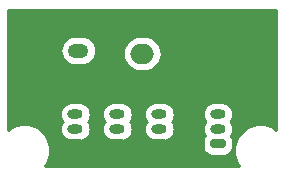
<source format=gbr>
%TF.GenerationSoftware,KiCad,Pcbnew,(5.1.9)-1*%
%TF.CreationDate,2021-08-12T17:05:41+01:00*%
%TF.ProjectId,heli-servo-board,68656c69-2d73-4657-9276-6f2d626f6172,rev?*%
%TF.SameCoordinates,Original*%
%TF.FileFunction,Copper,L2,Bot*%
%TF.FilePolarity,Positive*%
%FSLAX46Y46*%
G04 Gerber Fmt 4.6, Leading zero omitted, Abs format (unit mm)*
G04 Created by KiCad (PCBNEW (5.1.9)-1) date 2021-08-12 17:05:41*
%MOMM*%
%LPD*%
G01*
G04 APERTURE LIST*
%TA.AperFunction,ComponentPad*%
%ADD10O,1.750000X1.200000*%
%TD*%
%TA.AperFunction,ComponentPad*%
%ADD11O,1.300000X0.800000*%
%TD*%
%TA.AperFunction,ComponentPad*%
%ADD12O,2.000000X1.700000*%
%TD*%
%TA.AperFunction,Conductor*%
%ADD13C,0.254000*%
%TD*%
%TA.AperFunction,Conductor*%
%ADD14C,0.100000*%
%TD*%
G04 APERTURE END LIST*
D10*
%TO.P,REF\u002A\u002A,2*%
%TO.N,+BATT*%
X164592000Y-153536400D03*
%TO.P,REF\u002A\u002A,1*%
%TO.N,GND*%
%TA.AperFunction,ComponentPad*%
G36*
G01*
X163966600Y-150936400D02*
X165217400Y-150936400D01*
G75*
G02*
X165467000Y-151186000I0J-249600D01*
G01*
X165467000Y-151886800D01*
G75*
G02*
X165217400Y-152136400I-249600J0D01*
G01*
X163966600Y-152136400D01*
G75*
G02*
X163717000Y-151886800I0J249600D01*
G01*
X163717000Y-151186000D01*
G75*
G02*
X163966600Y-150936400I249600J0D01*
G01*
G37*
%TD.AperFunction*%
%TD*%
D11*
%TO.P,J1,3*%
%TO.N,Net-(J1-Pad3)*%
X176403000Y-158917000D03*
%TO.P,J1,2*%
%TO.N,Net-(J1-Pad2)*%
X176403000Y-160167000D03*
%TO.P,J1,1*%
%TO.N,Net-(J1-Pad1)*%
%TA.AperFunction,ComponentPad*%
G36*
G01*
X176853000Y-161817000D02*
X175953000Y-161817000D01*
G75*
G02*
X175753000Y-161617000I0J200000D01*
G01*
X175753000Y-161217000D01*
G75*
G02*
X175953000Y-161017000I200000J0D01*
G01*
X176853000Y-161017000D01*
G75*
G02*
X177053000Y-161217000I0J-200000D01*
G01*
X177053000Y-161617000D01*
G75*
G02*
X176853000Y-161817000I-200000J0D01*
G01*
G37*
%TD.AperFunction*%
%TD*%
%TO.P,J4,3*%
%TO.N,Net-(J1-Pad1)*%
X171450000Y-158917000D03*
%TO.P,J4,2*%
%TO.N,+BATT*%
X171450000Y-160167000D03*
%TO.P,J4,1*%
%TO.N,GND*%
%TA.AperFunction,ComponentPad*%
G36*
G01*
X171900000Y-161817000D02*
X171000000Y-161817000D01*
G75*
G02*
X170800000Y-161617000I0J200000D01*
G01*
X170800000Y-161217000D01*
G75*
G02*
X171000000Y-161017000I200000J0D01*
G01*
X171900000Y-161017000D01*
G75*
G02*
X172100000Y-161217000I0J-200000D01*
G01*
X172100000Y-161617000D01*
G75*
G02*
X171900000Y-161817000I-200000J0D01*
G01*
G37*
%TD.AperFunction*%
%TD*%
%TO.P,J3,3*%
%TO.N,Net-(J1-Pad2)*%
X167894000Y-158917000D03*
%TO.P,J3,2*%
%TO.N,+BATT*%
X167894000Y-160167000D03*
%TO.P,J3,1*%
%TO.N,GND*%
%TA.AperFunction,ComponentPad*%
G36*
G01*
X168344000Y-161817000D02*
X167444000Y-161817000D01*
G75*
G02*
X167244000Y-161617000I0J200000D01*
G01*
X167244000Y-161217000D01*
G75*
G02*
X167444000Y-161017000I200000J0D01*
G01*
X168344000Y-161017000D01*
G75*
G02*
X168544000Y-161217000I0J-200000D01*
G01*
X168544000Y-161617000D01*
G75*
G02*
X168344000Y-161817000I-200000J0D01*
G01*
G37*
%TD.AperFunction*%
%TD*%
%TO.P,J2,3*%
%TO.N,Net-(J1-Pad3)*%
X164338000Y-158917000D03*
%TO.P,J2,2*%
%TO.N,+BATT*%
X164338000Y-160167000D03*
%TO.P,J2,1*%
%TO.N,GND*%
%TA.AperFunction,ComponentPad*%
G36*
G01*
X164788000Y-161817000D02*
X163888000Y-161817000D01*
G75*
G02*
X163688000Y-161617000I0J200000D01*
G01*
X163688000Y-161217000D01*
G75*
G02*
X163888000Y-161017000I200000J0D01*
G01*
X164788000Y-161017000D01*
G75*
G02*
X164988000Y-161217000I0J-200000D01*
G01*
X164988000Y-161617000D01*
G75*
G02*
X164788000Y-161817000I-200000J0D01*
G01*
G37*
%TD.AperFunction*%
%TD*%
D12*
%TO.P,J6,2*%
%TO.N,+BATT*%
X170000000Y-153797000D03*
%TO.P,J6,1*%
%TO.N,GND*%
%TA.AperFunction,ComponentPad*%
G36*
G01*
X169250000Y-150447000D02*
X170750000Y-150447000D01*
G75*
G02*
X171000000Y-150697000I0J-250000D01*
G01*
X171000000Y-151897000D01*
G75*
G02*
X170750000Y-152147000I-250000J0D01*
G01*
X169250000Y-152147000D01*
G75*
G02*
X169000000Y-151897000I0J250000D01*
G01*
X169000000Y-150697000D01*
G75*
G02*
X169250000Y-150447000I250000J0D01*
G01*
G37*
%TD.AperFunction*%
%TD*%
D13*
%TO.N,GND*%
X181340001Y-160216970D02*
X181054880Y-160026458D01*
X180649592Y-159858582D01*
X180219340Y-159773000D01*
X179780660Y-159773000D01*
X179350408Y-159858582D01*
X178945120Y-160026458D01*
X178580370Y-160270176D01*
X178270176Y-160580370D01*
X178026458Y-160945120D01*
X177858582Y-161350408D01*
X177773000Y-161780660D01*
X177773000Y-162219340D01*
X177858582Y-162649592D01*
X178026458Y-163054880D01*
X178216969Y-163340000D01*
X161783031Y-163340000D01*
X161973542Y-163054880D01*
X162141418Y-162649592D01*
X162227000Y-162219340D01*
X162227000Y-161780660D01*
X162141418Y-161350408D01*
X161973542Y-160945120D01*
X161729824Y-160580370D01*
X161419630Y-160270176D01*
X161054880Y-160026458D01*
X160649592Y-159858582D01*
X160219340Y-159773000D01*
X159780660Y-159773000D01*
X159350408Y-159858582D01*
X158945120Y-160026458D01*
X158660000Y-160216969D01*
X158660000Y-158917000D01*
X163047993Y-158917000D01*
X163067976Y-159119895D01*
X163127159Y-159314993D01*
X163223266Y-159494797D01*
X163262004Y-159542000D01*
X163223266Y-159589203D01*
X163127159Y-159769007D01*
X163067976Y-159964105D01*
X163047993Y-160167000D01*
X163067976Y-160369895D01*
X163127159Y-160564993D01*
X163223266Y-160744797D01*
X163352604Y-160902396D01*
X163510203Y-161031734D01*
X163690007Y-161127841D01*
X163885105Y-161187024D01*
X164037162Y-161202000D01*
X164638838Y-161202000D01*
X164790895Y-161187024D01*
X164985993Y-161127841D01*
X165165797Y-161031734D01*
X165323396Y-160902396D01*
X165452734Y-160744797D01*
X165548841Y-160564993D01*
X165608024Y-160369895D01*
X165628007Y-160167000D01*
X165608024Y-159964105D01*
X165548841Y-159769007D01*
X165452734Y-159589203D01*
X165413996Y-159542000D01*
X165452734Y-159494797D01*
X165548841Y-159314993D01*
X165608024Y-159119895D01*
X165628007Y-158917000D01*
X166603993Y-158917000D01*
X166623976Y-159119895D01*
X166683159Y-159314993D01*
X166779266Y-159494797D01*
X166818004Y-159542000D01*
X166779266Y-159589203D01*
X166683159Y-159769007D01*
X166623976Y-159964105D01*
X166603993Y-160167000D01*
X166623976Y-160369895D01*
X166683159Y-160564993D01*
X166779266Y-160744797D01*
X166908604Y-160902396D01*
X167066203Y-161031734D01*
X167246007Y-161127841D01*
X167441105Y-161187024D01*
X167593162Y-161202000D01*
X168194838Y-161202000D01*
X168346895Y-161187024D01*
X168541993Y-161127841D01*
X168721797Y-161031734D01*
X168879396Y-160902396D01*
X169008734Y-160744797D01*
X169104841Y-160564993D01*
X169164024Y-160369895D01*
X169184007Y-160167000D01*
X169164024Y-159964105D01*
X169104841Y-159769007D01*
X169008734Y-159589203D01*
X168969996Y-159542000D01*
X169008734Y-159494797D01*
X169104841Y-159314993D01*
X169164024Y-159119895D01*
X169184007Y-158917000D01*
X170159993Y-158917000D01*
X170179976Y-159119895D01*
X170239159Y-159314993D01*
X170335266Y-159494797D01*
X170374004Y-159542000D01*
X170335266Y-159589203D01*
X170239159Y-159769007D01*
X170179976Y-159964105D01*
X170159993Y-160167000D01*
X170179976Y-160369895D01*
X170239159Y-160564993D01*
X170335266Y-160744797D01*
X170464604Y-160902396D01*
X170622203Y-161031734D01*
X170802007Y-161127841D01*
X170997105Y-161187024D01*
X171149162Y-161202000D01*
X171750838Y-161202000D01*
X171902895Y-161187024D01*
X172097993Y-161127841D01*
X172277797Y-161031734D01*
X172435396Y-160902396D01*
X172564734Y-160744797D01*
X172660841Y-160564993D01*
X172720024Y-160369895D01*
X172740007Y-160167000D01*
X172720024Y-159964105D01*
X172660841Y-159769007D01*
X172564734Y-159589203D01*
X172525996Y-159542000D01*
X172564734Y-159494797D01*
X172660841Y-159314993D01*
X172720024Y-159119895D01*
X172740007Y-158917000D01*
X175112993Y-158917000D01*
X175132976Y-159119895D01*
X175192159Y-159314993D01*
X175288266Y-159494797D01*
X175327004Y-159542000D01*
X175288266Y-159589203D01*
X175192159Y-159769007D01*
X175132976Y-159964105D01*
X175112993Y-160167000D01*
X175132976Y-160369895D01*
X175192159Y-160564993D01*
X175277741Y-160725106D01*
X175256169Y-160751392D01*
X175178722Y-160896284D01*
X175131031Y-161053500D01*
X175114928Y-161217000D01*
X175114928Y-161617000D01*
X175131031Y-161780500D01*
X175178722Y-161937716D01*
X175256169Y-162082608D01*
X175360394Y-162209606D01*
X175487392Y-162313831D01*
X175632284Y-162391278D01*
X175789500Y-162438969D01*
X175953000Y-162455072D01*
X176853000Y-162455072D01*
X177016500Y-162438969D01*
X177173716Y-162391278D01*
X177318608Y-162313831D01*
X177445606Y-162209606D01*
X177549831Y-162082608D01*
X177627278Y-161937716D01*
X177674969Y-161780500D01*
X177691072Y-161617000D01*
X177691072Y-161217000D01*
X177674969Y-161053500D01*
X177627278Y-160896284D01*
X177549831Y-160751392D01*
X177528259Y-160725106D01*
X177613841Y-160564993D01*
X177673024Y-160369895D01*
X177693007Y-160167000D01*
X177673024Y-159964105D01*
X177613841Y-159769007D01*
X177517734Y-159589203D01*
X177478996Y-159542000D01*
X177517734Y-159494797D01*
X177613841Y-159314993D01*
X177673024Y-159119895D01*
X177693007Y-158917000D01*
X177673024Y-158714105D01*
X177613841Y-158519007D01*
X177517734Y-158339203D01*
X177388396Y-158181604D01*
X177230797Y-158052266D01*
X177050993Y-157956159D01*
X176855895Y-157896976D01*
X176703838Y-157882000D01*
X176102162Y-157882000D01*
X175950105Y-157896976D01*
X175755007Y-157956159D01*
X175575203Y-158052266D01*
X175417604Y-158181604D01*
X175288266Y-158339203D01*
X175192159Y-158519007D01*
X175132976Y-158714105D01*
X175112993Y-158917000D01*
X172740007Y-158917000D01*
X172720024Y-158714105D01*
X172660841Y-158519007D01*
X172564734Y-158339203D01*
X172435396Y-158181604D01*
X172277797Y-158052266D01*
X172097993Y-157956159D01*
X171902895Y-157896976D01*
X171750838Y-157882000D01*
X171149162Y-157882000D01*
X170997105Y-157896976D01*
X170802007Y-157956159D01*
X170622203Y-158052266D01*
X170464604Y-158181604D01*
X170335266Y-158339203D01*
X170239159Y-158519007D01*
X170179976Y-158714105D01*
X170159993Y-158917000D01*
X169184007Y-158917000D01*
X169164024Y-158714105D01*
X169104841Y-158519007D01*
X169008734Y-158339203D01*
X168879396Y-158181604D01*
X168721797Y-158052266D01*
X168541993Y-157956159D01*
X168346895Y-157896976D01*
X168194838Y-157882000D01*
X167593162Y-157882000D01*
X167441105Y-157896976D01*
X167246007Y-157956159D01*
X167066203Y-158052266D01*
X166908604Y-158181604D01*
X166779266Y-158339203D01*
X166683159Y-158519007D01*
X166623976Y-158714105D01*
X166603993Y-158917000D01*
X165628007Y-158917000D01*
X165608024Y-158714105D01*
X165548841Y-158519007D01*
X165452734Y-158339203D01*
X165323396Y-158181604D01*
X165165797Y-158052266D01*
X164985993Y-157956159D01*
X164790895Y-157896976D01*
X164638838Y-157882000D01*
X164037162Y-157882000D01*
X163885105Y-157896976D01*
X163690007Y-157956159D01*
X163510203Y-158052266D01*
X163352604Y-158181604D01*
X163223266Y-158339203D01*
X163127159Y-158519007D01*
X163067976Y-158714105D01*
X163047993Y-158917000D01*
X158660000Y-158917000D01*
X158660000Y-153536400D01*
X163076025Y-153536400D01*
X163099870Y-153778502D01*
X163170489Y-154011301D01*
X163285167Y-154225849D01*
X163439498Y-154413902D01*
X163627551Y-154568233D01*
X163842099Y-154682911D01*
X164074898Y-154753530D01*
X164256335Y-154771400D01*
X164927665Y-154771400D01*
X165109102Y-154753530D01*
X165341901Y-154682911D01*
X165556449Y-154568233D01*
X165744502Y-154413902D01*
X165898833Y-154225849D01*
X166013511Y-154011301D01*
X166078518Y-153797000D01*
X168357815Y-153797000D01*
X168386487Y-154088111D01*
X168471401Y-154368034D01*
X168609294Y-154626014D01*
X168794866Y-154852134D01*
X169020986Y-155037706D01*
X169278966Y-155175599D01*
X169558889Y-155260513D01*
X169777050Y-155282000D01*
X170222950Y-155282000D01*
X170441111Y-155260513D01*
X170721034Y-155175599D01*
X170979014Y-155037706D01*
X171205134Y-154852134D01*
X171390706Y-154626014D01*
X171528599Y-154368034D01*
X171613513Y-154088111D01*
X171642185Y-153797000D01*
X171613513Y-153505889D01*
X171528599Y-153225966D01*
X171390706Y-152967986D01*
X171205134Y-152741866D01*
X170979014Y-152556294D01*
X170721034Y-152418401D01*
X170441111Y-152333487D01*
X170222950Y-152312000D01*
X169777050Y-152312000D01*
X169558889Y-152333487D01*
X169278966Y-152418401D01*
X169020986Y-152556294D01*
X168794866Y-152741866D01*
X168609294Y-152967986D01*
X168471401Y-153225966D01*
X168386487Y-153505889D01*
X168357815Y-153797000D01*
X166078518Y-153797000D01*
X166084130Y-153778502D01*
X166107975Y-153536400D01*
X166084130Y-153294298D01*
X166013511Y-153061499D01*
X165898833Y-152846951D01*
X165744502Y-152658898D01*
X165556449Y-152504567D01*
X165341901Y-152389889D01*
X165109102Y-152319270D01*
X164927665Y-152301400D01*
X164256335Y-152301400D01*
X164074898Y-152319270D01*
X163842099Y-152389889D01*
X163627551Y-152504567D01*
X163439498Y-152658898D01*
X163285167Y-152846951D01*
X163170489Y-153061499D01*
X163099870Y-153294298D01*
X163076025Y-153536400D01*
X158660000Y-153536400D01*
X158660000Y-150127000D01*
X181340000Y-150127000D01*
X181340001Y-160216970D01*
%TA.AperFunction,Conductor*%
D14*
G36*
X181340001Y-160216970D02*
G01*
X181054880Y-160026458D01*
X180649592Y-159858582D01*
X180219340Y-159773000D01*
X179780660Y-159773000D01*
X179350408Y-159858582D01*
X178945120Y-160026458D01*
X178580370Y-160270176D01*
X178270176Y-160580370D01*
X178026458Y-160945120D01*
X177858582Y-161350408D01*
X177773000Y-161780660D01*
X177773000Y-162219340D01*
X177858582Y-162649592D01*
X178026458Y-163054880D01*
X178216969Y-163340000D01*
X161783031Y-163340000D01*
X161973542Y-163054880D01*
X162141418Y-162649592D01*
X162227000Y-162219340D01*
X162227000Y-161780660D01*
X162141418Y-161350408D01*
X161973542Y-160945120D01*
X161729824Y-160580370D01*
X161419630Y-160270176D01*
X161054880Y-160026458D01*
X160649592Y-159858582D01*
X160219340Y-159773000D01*
X159780660Y-159773000D01*
X159350408Y-159858582D01*
X158945120Y-160026458D01*
X158660000Y-160216969D01*
X158660000Y-158917000D01*
X163047993Y-158917000D01*
X163067976Y-159119895D01*
X163127159Y-159314993D01*
X163223266Y-159494797D01*
X163262004Y-159542000D01*
X163223266Y-159589203D01*
X163127159Y-159769007D01*
X163067976Y-159964105D01*
X163047993Y-160167000D01*
X163067976Y-160369895D01*
X163127159Y-160564993D01*
X163223266Y-160744797D01*
X163352604Y-160902396D01*
X163510203Y-161031734D01*
X163690007Y-161127841D01*
X163885105Y-161187024D01*
X164037162Y-161202000D01*
X164638838Y-161202000D01*
X164790895Y-161187024D01*
X164985993Y-161127841D01*
X165165797Y-161031734D01*
X165323396Y-160902396D01*
X165452734Y-160744797D01*
X165548841Y-160564993D01*
X165608024Y-160369895D01*
X165628007Y-160167000D01*
X165608024Y-159964105D01*
X165548841Y-159769007D01*
X165452734Y-159589203D01*
X165413996Y-159542000D01*
X165452734Y-159494797D01*
X165548841Y-159314993D01*
X165608024Y-159119895D01*
X165628007Y-158917000D01*
X166603993Y-158917000D01*
X166623976Y-159119895D01*
X166683159Y-159314993D01*
X166779266Y-159494797D01*
X166818004Y-159542000D01*
X166779266Y-159589203D01*
X166683159Y-159769007D01*
X166623976Y-159964105D01*
X166603993Y-160167000D01*
X166623976Y-160369895D01*
X166683159Y-160564993D01*
X166779266Y-160744797D01*
X166908604Y-160902396D01*
X167066203Y-161031734D01*
X167246007Y-161127841D01*
X167441105Y-161187024D01*
X167593162Y-161202000D01*
X168194838Y-161202000D01*
X168346895Y-161187024D01*
X168541993Y-161127841D01*
X168721797Y-161031734D01*
X168879396Y-160902396D01*
X169008734Y-160744797D01*
X169104841Y-160564993D01*
X169164024Y-160369895D01*
X169184007Y-160167000D01*
X169164024Y-159964105D01*
X169104841Y-159769007D01*
X169008734Y-159589203D01*
X168969996Y-159542000D01*
X169008734Y-159494797D01*
X169104841Y-159314993D01*
X169164024Y-159119895D01*
X169184007Y-158917000D01*
X170159993Y-158917000D01*
X170179976Y-159119895D01*
X170239159Y-159314993D01*
X170335266Y-159494797D01*
X170374004Y-159542000D01*
X170335266Y-159589203D01*
X170239159Y-159769007D01*
X170179976Y-159964105D01*
X170159993Y-160167000D01*
X170179976Y-160369895D01*
X170239159Y-160564993D01*
X170335266Y-160744797D01*
X170464604Y-160902396D01*
X170622203Y-161031734D01*
X170802007Y-161127841D01*
X170997105Y-161187024D01*
X171149162Y-161202000D01*
X171750838Y-161202000D01*
X171902895Y-161187024D01*
X172097993Y-161127841D01*
X172277797Y-161031734D01*
X172435396Y-160902396D01*
X172564734Y-160744797D01*
X172660841Y-160564993D01*
X172720024Y-160369895D01*
X172740007Y-160167000D01*
X172720024Y-159964105D01*
X172660841Y-159769007D01*
X172564734Y-159589203D01*
X172525996Y-159542000D01*
X172564734Y-159494797D01*
X172660841Y-159314993D01*
X172720024Y-159119895D01*
X172740007Y-158917000D01*
X175112993Y-158917000D01*
X175132976Y-159119895D01*
X175192159Y-159314993D01*
X175288266Y-159494797D01*
X175327004Y-159542000D01*
X175288266Y-159589203D01*
X175192159Y-159769007D01*
X175132976Y-159964105D01*
X175112993Y-160167000D01*
X175132976Y-160369895D01*
X175192159Y-160564993D01*
X175277741Y-160725106D01*
X175256169Y-160751392D01*
X175178722Y-160896284D01*
X175131031Y-161053500D01*
X175114928Y-161217000D01*
X175114928Y-161617000D01*
X175131031Y-161780500D01*
X175178722Y-161937716D01*
X175256169Y-162082608D01*
X175360394Y-162209606D01*
X175487392Y-162313831D01*
X175632284Y-162391278D01*
X175789500Y-162438969D01*
X175953000Y-162455072D01*
X176853000Y-162455072D01*
X177016500Y-162438969D01*
X177173716Y-162391278D01*
X177318608Y-162313831D01*
X177445606Y-162209606D01*
X177549831Y-162082608D01*
X177627278Y-161937716D01*
X177674969Y-161780500D01*
X177691072Y-161617000D01*
X177691072Y-161217000D01*
X177674969Y-161053500D01*
X177627278Y-160896284D01*
X177549831Y-160751392D01*
X177528259Y-160725106D01*
X177613841Y-160564993D01*
X177673024Y-160369895D01*
X177693007Y-160167000D01*
X177673024Y-159964105D01*
X177613841Y-159769007D01*
X177517734Y-159589203D01*
X177478996Y-159542000D01*
X177517734Y-159494797D01*
X177613841Y-159314993D01*
X177673024Y-159119895D01*
X177693007Y-158917000D01*
X177673024Y-158714105D01*
X177613841Y-158519007D01*
X177517734Y-158339203D01*
X177388396Y-158181604D01*
X177230797Y-158052266D01*
X177050993Y-157956159D01*
X176855895Y-157896976D01*
X176703838Y-157882000D01*
X176102162Y-157882000D01*
X175950105Y-157896976D01*
X175755007Y-157956159D01*
X175575203Y-158052266D01*
X175417604Y-158181604D01*
X175288266Y-158339203D01*
X175192159Y-158519007D01*
X175132976Y-158714105D01*
X175112993Y-158917000D01*
X172740007Y-158917000D01*
X172720024Y-158714105D01*
X172660841Y-158519007D01*
X172564734Y-158339203D01*
X172435396Y-158181604D01*
X172277797Y-158052266D01*
X172097993Y-157956159D01*
X171902895Y-157896976D01*
X171750838Y-157882000D01*
X171149162Y-157882000D01*
X170997105Y-157896976D01*
X170802007Y-157956159D01*
X170622203Y-158052266D01*
X170464604Y-158181604D01*
X170335266Y-158339203D01*
X170239159Y-158519007D01*
X170179976Y-158714105D01*
X170159993Y-158917000D01*
X169184007Y-158917000D01*
X169164024Y-158714105D01*
X169104841Y-158519007D01*
X169008734Y-158339203D01*
X168879396Y-158181604D01*
X168721797Y-158052266D01*
X168541993Y-157956159D01*
X168346895Y-157896976D01*
X168194838Y-157882000D01*
X167593162Y-157882000D01*
X167441105Y-157896976D01*
X167246007Y-157956159D01*
X167066203Y-158052266D01*
X166908604Y-158181604D01*
X166779266Y-158339203D01*
X166683159Y-158519007D01*
X166623976Y-158714105D01*
X166603993Y-158917000D01*
X165628007Y-158917000D01*
X165608024Y-158714105D01*
X165548841Y-158519007D01*
X165452734Y-158339203D01*
X165323396Y-158181604D01*
X165165797Y-158052266D01*
X164985993Y-157956159D01*
X164790895Y-157896976D01*
X164638838Y-157882000D01*
X164037162Y-157882000D01*
X163885105Y-157896976D01*
X163690007Y-157956159D01*
X163510203Y-158052266D01*
X163352604Y-158181604D01*
X163223266Y-158339203D01*
X163127159Y-158519007D01*
X163067976Y-158714105D01*
X163047993Y-158917000D01*
X158660000Y-158917000D01*
X158660000Y-153536400D01*
X163076025Y-153536400D01*
X163099870Y-153778502D01*
X163170489Y-154011301D01*
X163285167Y-154225849D01*
X163439498Y-154413902D01*
X163627551Y-154568233D01*
X163842099Y-154682911D01*
X164074898Y-154753530D01*
X164256335Y-154771400D01*
X164927665Y-154771400D01*
X165109102Y-154753530D01*
X165341901Y-154682911D01*
X165556449Y-154568233D01*
X165744502Y-154413902D01*
X165898833Y-154225849D01*
X166013511Y-154011301D01*
X166078518Y-153797000D01*
X168357815Y-153797000D01*
X168386487Y-154088111D01*
X168471401Y-154368034D01*
X168609294Y-154626014D01*
X168794866Y-154852134D01*
X169020986Y-155037706D01*
X169278966Y-155175599D01*
X169558889Y-155260513D01*
X169777050Y-155282000D01*
X170222950Y-155282000D01*
X170441111Y-155260513D01*
X170721034Y-155175599D01*
X170979014Y-155037706D01*
X171205134Y-154852134D01*
X171390706Y-154626014D01*
X171528599Y-154368034D01*
X171613513Y-154088111D01*
X171642185Y-153797000D01*
X171613513Y-153505889D01*
X171528599Y-153225966D01*
X171390706Y-152967986D01*
X171205134Y-152741866D01*
X170979014Y-152556294D01*
X170721034Y-152418401D01*
X170441111Y-152333487D01*
X170222950Y-152312000D01*
X169777050Y-152312000D01*
X169558889Y-152333487D01*
X169278966Y-152418401D01*
X169020986Y-152556294D01*
X168794866Y-152741866D01*
X168609294Y-152967986D01*
X168471401Y-153225966D01*
X168386487Y-153505889D01*
X168357815Y-153797000D01*
X166078518Y-153797000D01*
X166084130Y-153778502D01*
X166107975Y-153536400D01*
X166084130Y-153294298D01*
X166013511Y-153061499D01*
X165898833Y-152846951D01*
X165744502Y-152658898D01*
X165556449Y-152504567D01*
X165341901Y-152389889D01*
X165109102Y-152319270D01*
X164927665Y-152301400D01*
X164256335Y-152301400D01*
X164074898Y-152319270D01*
X163842099Y-152389889D01*
X163627551Y-152504567D01*
X163439498Y-152658898D01*
X163285167Y-152846951D01*
X163170489Y-153061499D01*
X163099870Y-153294298D01*
X163076025Y-153536400D01*
X158660000Y-153536400D01*
X158660000Y-150127000D01*
X181340000Y-150127000D01*
X181340001Y-160216970D01*
G37*
%TD.AperFunction*%
%TD*%
M02*

</source>
